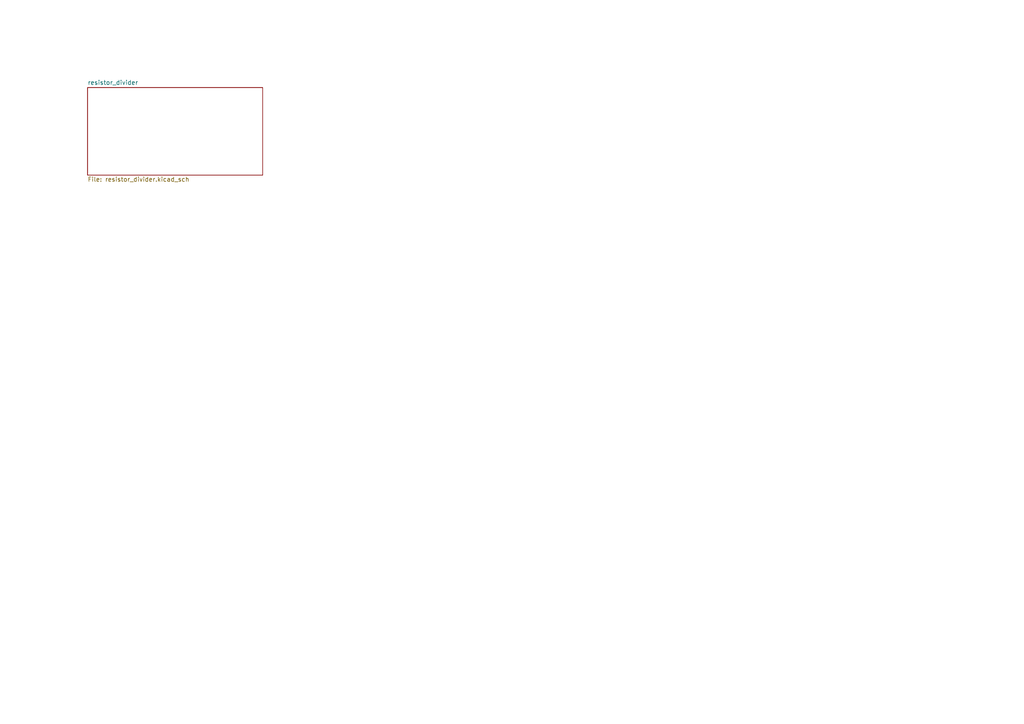
<source format=kicad_sch>
(kicad_sch
	(version 20250114)
	(generator "eeschema")
	(generator_version "9.0")
	(uuid "090c2e97-1b39-4ce2-a8e2-7c82eb1d5b33")
	(paper "A4")
	(lib_symbols)
	(sheet
		(at 25.4 25.4)
		(size 50.8 25.4)
		(exclude_from_sim no)
		(in_bom yes)
		(on_board yes)
		(dnp no)
		(stroke
			(width 0.1524)
			(type solid)
		)
		(fill
			(color 0 0 0 0.0000)
		)
		(uuid "9dc51fe2-5b74-4dc5-925d-ec0371140177")
		(property "Sheetname" "resistor_divider"
			(at 25.4 24.6884 0)
			(effects
				(font
					(size 1.27 1.27)
				)
				(justify left bottom)
			)
		)
		(property "Sheetfile" "resistor_divider.kicad_sch"
			(at 25.4 51.2846 0)
			(effects
				(font
					(size 1.27 1.27)
				)
				(justify left top)
			)
		)
		(instances
			(project "python_generated_reference_design"
				(path "/090c2e97-1b39-4ce2-a8e2-7c82eb1d5b33"
					(page "2")
				)
			)
		)
	)
	(sheet_instances
		(path "/"
			(page "1")
		)
	)
	(embedded_fonts no)
)

</source>
